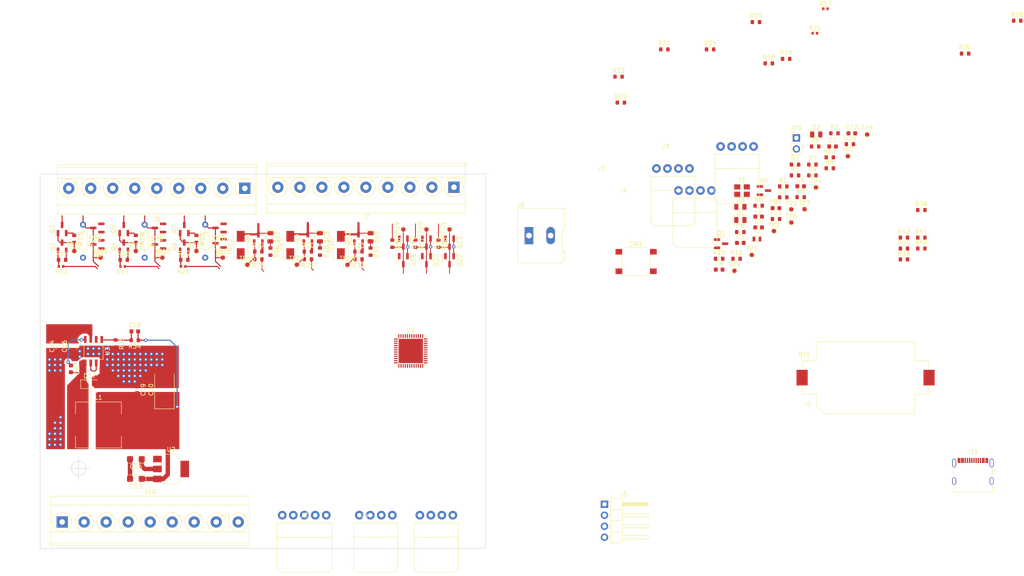
<source format=kicad_pcb>
(kicad_pcb (version 20211014) (generator pcbnew)

  (general
    (thickness 1.6)
  )

  (paper "A4")
  (title_block
    (title "FloatPUMP Basic Boards")
    (date "2022-11-22")
    (rev "1.0")
    (company "www.robtor.de")
  )

  (layers
    (0 "F.Cu" signal)
    (31 "B.Cu" signal)
    (32 "B.Adhes" user "B.Adhesive")
    (33 "F.Adhes" user "F.Adhesive")
    (34 "B.Paste" user)
    (35 "F.Paste" user)
    (36 "B.SilkS" user "B.Silkscreen")
    (37 "F.SilkS" user "F.Silkscreen")
    (38 "B.Mask" user)
    (39 "F.Mask" user)
    (40 "Dwgs.User" user "User.Drawings")
    (41 "Cmts.User" user "User.Comments")
    (42 "Eco1.User" user "User.Eco1")
    (43 "Eco2.User" user "User.Eco2")
    (44 "Edge.Cuts" user)
    (45 "Margin" user)
    (46 "B.CrtYd" user "B.Courtyard")
    (47 "F.CrtYd" user "F.Courtyard")
    (48 "B.Fab" user)
    (49 "F.Fab" user)
    (50 "User.1" user)
    (51 "User.2" user)
    (52 "User.3" user)
    (53 "User.4" user)
    (54 "User.5" user)
    (55 "User.6" user)
    (56 "User.7" user)
    (57 "User.8" user)
    (58 "User.9" user)
  )

  (setup
    (stackup
      (layer "F.SilkS" (type "Top Silk Screen"))
      (layer "F.Paste" (type "Top Solder Paste"))
      (layer "F.Mask" (type "Top Solder Mask") (thickness 0.01))
      (layer "F.Cu" (type "copper") (thickness 0.035))
      (layer "dielectric 1" (type "core") (thickness 1.51) (material "FR4") (epsilon_r 4.5) (loss_tangent 0.02))
      (layer "B.Cu" (type "copper") (thickness 0.035))
      (layer "B.Mask" (type "Bottom Solder Mask") (thickness 0.01))
      (layer "B.Paste" (type "Bottom Solder Paste"))
      (layer "B.SilkS" (type "Bottom Silk Screen"))
      (copper_finish "None")
      (dielectric_constraints no)
    )
    (pad_to_mask_clearance 0)
    (pcbplotparams
      (layerselection 0x00010fc_ffffffff)
      (disableapertmacros false)
      (usegerberextensions false)
      (usegerberattributes true)
      (usegerberadvancedattributes true)
      (creategerberjobfile true)
      (svguseinch false)
      (svgprecision 6)
      (excludeedgelayer true)
      (plotframeref false)
      (viasonmask false)
      (mode 1)
      (useauxorigin false)
      (hpglpennumber 1)
      (hpglpenspeed 20)
      (hpglpendiameter 15.000000)
      (dxfpolygonmode true)
      (dxfimperialunits true)
      (dxfusepcbnewfont true)
      (psnegative false)
      (psa4output false)
      (plotreference true)
      (plotvalue true)
      (plotinvisibletext false)
      (sketchpadsonfab false)
      (subtractmaskfromsilk false)
      (outputformat 1)
      (mirror false)
      (drillshape 1)
      (scaleselection 1)
      (outputdirectory "")
    )
  )

  (net 0 "")
  (net 1 "Net-(C1-Pad1)")
  (net 2 "GND")
  (net 3 "Net-(C2-Pad1)")
  (net 4 "Net-(C3-Pad1)")
  (net 5 "Net-(C4-Pad1)")
  (net 6 "Net-(C5-Pad1)")
  (net 7 "Net-(C6-Pad1)")
  (net 8 "+3V3")
  (net 9 "/VBAT")
  (net 10 "/NRST")
  (net 11 "Net-(D1-Pad1)")
  (net 12 "+3.3V")
  (net 13 "Net-(D2-Pad1)")
  (net 14 "Net-(D3-Pad1)")
  (net 15 "/VB")
  (net 16 "/ADC1_0")
  (net 17 "/ADC1_1")
  (net 18 "/ADC1_2")
  (net 19 "/Output Channels/REL0-")
  (net 20 "Net-(C17-Pad1)")
  (net 21 "+24V")
  (net 22 "/Output Channels/REL1-")
  (net 23 "Net-(C17-Pad2)")
  (net 24 "/Output Channels/REL2-")
  (net 25 "Net-(D11-Pad2)")
  (net 26 "/GPI0")
  (net 27 "/GPI1")
  (net 28 "/GPI2")
  (net 29 "/RRDT")
  (net 30 "/RRCLK")
  (net 31 "/RRSW")
  (net 32 "+5V")
  (net 33 "/I2C1_SDA")
  (net 34 "/I2C1_SCL")
  (net 35 "/USART1_TX")
  (net 36 "/USART1_RX")
  (net 37 "/SWDIO")
  (net 38 "/SWCLK")
  (net 39 "/Input Channels/SENS0+")
  (net 40 "/Input Channels/SENS1+")
  (net 41 "/Input Channels/SENS2+")
  (net 42 "/gpi_channels/GPIT0")
  (net 43 "/gpi_channels/GPIT1")
  (net 44 "/gpi_channels/GPIT2")
  (net 45 "unconnected-(J10-Pad7)")
  (net 46 "unconnected-(J10-Pad8)")
  (net 47 "unconnected-(J10-Pad9)")
  (net 48 "/BOOT0")
  (net 49 "Net-(D13-Pad2)")
  (net 50 "Net-(LS1-Pad2)")
  (net 51 "Net-(Q2-Pad1)")
  (net 52 "Net-(Q2-Pad3)")
  (net 53 "Net-(D15-Pad2)")
  (net 54 "Net-(J3-Pad2)")
  (net 55 "Net-(J3-Pad3)")
  (net 56 "Net-(J3-Pad4)")
  (net 57 "Net-(Q8-Pad1)")
  (net 58 "Net-(Q9-Pad1)")
  (net 59 "Net-(Q10-Pad1)")
  (net 60 "/LED0")
  (net 61 "/LED1")
  (net 62 "/LED2")
  (net 63 "/LED5")
  (net 64 "/LED4")
  (net 65 "/LED3")
  (net 66 "/BEEP")
  (net 67 "/MPWR0")
  (net 68 "/MPWR1")
  (net 69 "/MPWR2")
  (net 70 "/OCHAN0")
  (net 71 "/OCHAN1")
  (net 72 "/OCHAN2")
  (net 73 "/usb_conn/U_D-")
  (net 74 "/USB_FS_DM")
  (net 75 "/usb_conn/U_D+")
  (net 76 "/USB_FS_DP")
  (net 77 "/usb_conn/U_VBUS")
  (net 78 "/USB_FS_VBUS")
  (net 79 "/usb_conn/CC")
  (net 80 "unconnected-(J6-Pad7)")
  (net 81 "unconnected-(J6-Pad8)")
  (net 82 "unconnected-(J6-Pad9)")
  (net 83 "unconnected-(J7-Pad7)")
  (net 84 "unconnected-(J7-Pad8)")
  (net 85 "unconnected-(J7-Pad9)")
  (net 86 "unconnected-(J11-PadA8)")
  (net 87 "unconnected-(J11-PadB8)")
  (net 88 "Net-(Q1-Pad1)")
  (net 89 "Net-(Q4-Pad1)")
  (net 90 "Net-(Q4-Pad3)")
  (net 91 "Net-(Q6-Pad1)")
  (net 92 "Net-(Q6-Pad3)")
  (net 93 "Net-(C18-Pad1)")
  (net 94 "Net-(TP4-Pad1)")
  (net 95 "Net-(U3-Pad6)")
  (net 96 "Net-(J8-Pad2)")

  (footprint "Package_TO_SOT_SMD:SOT-23" (layer "F.Cu") (at 44.704 89.154 90))

  (footprint "Resistor_SMD:R_0402_1005Metric" (layer "F.Cu") (at 204.2 39.9))

  (footprint "Capacitor_SMD:C_0603_1608Metric" (layer "F.Cu") (at 212.73 63))

  (footprint "TestPoint:TestPoint_Pad_D1.0mm" (layer "F.Cu") (at 61.468 90.17))

  (footprint "TestPoint:TestPoint_Pad_D1.0mm" (layer "F.Cu") (at 211.81 68.29))

  (footprint "Package_TO_SOT_SMD:SOT-23" (layer "F.Cu") (at 38.608 84.836 180))

  (footprint "Resistor_SMD:R_0603_1608Metric" (layer "F.Cu") (at 61.468 87.376 -90))

  (footprint "TestPoint:TestPoint_Pad_D1.0mm" (layer "F.Cu") (at 84.648 93.343))

  (footprint "LED_SMD:LED_0805_2012Metric" (layer "F.Cu") (at 89.982 86.993 -90))

  (footprint "Resistor_SMD:R_0402_1005Metric" (layer "F.Cu") (at 206.64 34.25))

  (footprint "Capacitor_SMD:C_0603_1608Metric" (layer "F.Cu") (at 32.512 117.348 -90))

  (footprint "Resistor_SMD:R_0603_1608Metric" (layer "F.Cu") (at 203.63 72.71))

  (footprint "TestPoint:TestPoint_Pad_D1.0mm" (layer "F.Cu") (at 109.22 85.1685 90))

  (footprint "Resistor_SMD:R_0603_1608Metric" (layer "F.Cu") (at 199.62 70.2))

  (footprint "TerminalBlock_Phoenix:TerminalBlock_Phoenix_MKDS-3-9-5.08_1x09_P5.08mm_Horizontal" (layer "F.Cu") (at 30.48 152.7))

  (footprint "Resistor_SMD:R_0603_1608Metric" (layer "F.Cu") (at 75.758 92.073 180))

  (footprint "Connector_USB:USB_C_Receptacle_Palconn_UTC16-G" (layer "F.Cu") (at 240.67 141.009533))

  (footprint "Diode_SMD:D_SOD-123F" (layer "F.Cu") (at 36.957 120.904))

  (footprint "Resistor_THT:R_Axial_DIN0204_L3.6mm_D1.6mm_P7.62mm_Horizontal" (layer "F.Cu") (at 35.306 84.074 -90))

  (footprint "Resistor_SMD:R_0603_1608Metric" (layer "F.Cu") (at 101.666 90.295 -90))

  (footprint "Resistor_SMD:R_0402_1005Metric" (layer "F.Cu") (at 58.42 93.726 180))

  (footprint "TestPoint:TestPoint_Pad_D1.0mm" (layer "F.Cu") (at 67.564 91.694))

  (footprint "Resistor_SMD:R_0603_1608Metric" (layer "F.Cu") (at 228.77 89.58))

  (footprint "Package_TO_SOT_SMD:SOT-23" (layer "F.Cu") (at 58.674 85.09 90))

  (footprint "Resistor_SMD:R_0603_1608Metric" (layer "F.Cu") (at 47.244 110.744 180))

  (footprint "Package_TO_SOT_SMD:SOT-23" (layer "F.Cu") (at 98.872 87.247 90))

  (footprint "custom_parts:2542R-04" (layer "F.Cu") (at 113.03 151.13))

  (footprint "TestPoint:TestPoint_Pad_D1.0mm" (layer "F.Cu") (at 216.26 63.27))

  (footprint "Resistor_SMD:R_0603_1608Metric" (layer "F.Cu") (at 193.56 46.86))

  (footprint "Package_TO_SOT_SMD:SOT-23" (layer "F.Cu") (at 66.802 84.836 180))

  (footprint "TestPoint:TestPoint_Pad_D1.0mm" (layer "F.Cu") (at 119.888 85.1685 90))

  (footprint "TestPoint:TestPoint_Pad_D1.0mm" (layer "F.Cu") (at 47.498 90.17))

  (footprint "Resistor_SMD:R_0603_1608Metric" (layer "F.Cu") (at 75.758 90.295))

  (footprint "Resistor_SMD:R_0603_1608Metric" (layer "F.Cu") (at 208.72 63))

  (footprint "Resistor_SMD:R_0603_1608Metric" (layer "F.Cu") (at 187 85.78))

  (footprint "Package_TO_SOT_SMD:SOT-23" (layer "F.Cu") (at 114.554 92.2805 -90))

  (footprint "custom_parts:MP9486A-SOIC-8" (layer "F.Cu") (at 37.719 113.284 180))

  (footprint "Resistor_SMD:R_0603_1608Metric" (layer "F.Cu") (at 224.76 87.07))

  (footprint "Capacitor_Tantalum_SMD:CP_EIA-7343-31_Kemet-D" (layer "F.Cu") (at 54.102 122.174 90))

  (footprint "TestPoint:TestPoint_Pad_D1.0mm" (layer "F.Cu") (at 39.37 91.694))

  (footprint "custom_parts:L_MS1040-330M" (layer "F.Cu") (at 38.862 130.302))

  (footprint "Resistor_SMD:R_0603_1608Metric" (layer "F.Cu") (at 44.704 92.202))

  (footprint "TestPoint:TestPoint_Pad_D1.0mm" (layer "F.Cu") (at 204.45 75.49))

  (footprint "Resistor_SMD:R_0603_1608Metric" (layer "F.Cu") (at 117.348 88.4705 -90))

  (footprint "Capacitor_SMD:C_0603_1608Metric" (layer "F.Cu") (at 187 88.29))

  (footprint "Resistor_SMD:R_0603_1608Metric" (layer "F.Cu") (at 186.12 91.95))

  (footprint "Crystal:Crystal_SMD_3225-4Pin_3.2x2.5mm" (layer "F.Cu") (at 187.39 76.22))

  (footprint "TestPoint:TestPoint_Pad_D1.0mm" (layer "F.Cu") (at 185.64 94.73))

  (footprint "Crystal:Crystal_SMD_2012-2Pin_2.0x1.2mm" (layer "F.Cu") (at 190.83 87.4))

  (footprint "Package_TO_SOT_SMD:SOT-23" (layer "F.Cu") (at 44.704 85.09 90))

  (footprint "TestPoint:TestPoint_Pad_D1.0mm" (layer "F.Cu") (at 73.218 93.343))

  (footprint "Package_TO_SOT_SMD:SOT-23" (layer "F.Cu") (at 66.802 88.392 180))

  (footprint "Package_TO_SOT_SMD:SOT-23" (layer "F.Cu") (at 30.48 89.154 90))

  (footprint "Package_TO_SOT_SMD:SOT-223-3_TabPin2" (layer "F.Cu") (at 55.626 140.462))

  (footprint "Resistor_SMD:R_0603_1608Metric" (layer "F.Cu") (at 228.77 87.07))

  (footprint "Capacitor_SMD:C_0603_1608Metric" (layer "F.Cu") (at 182.11 94.46))

  (footprint "Resistor_SMD:R_0603_1608Metric" (layer "F.Cu") (at 207.64 71.06))

  (footprint "TestPoint:TestPoint_Pad_D1.0mm" (layer "F.Cu") (at 53.594 91.694))

  (footprint "Capacitor_SMD:C_0603_1608Metric" (layer "F.Cu") (at 47.244 108.712))

  (footprint "Resistor_SMD:R_0603_1608Metric" (layer "F.Cu") (at 204.27 66.04))

  (footprint "Capacitor_SMD:C_0603_1608Metric" (layer "F.Cu") (at 191.22 84.72))

  (footprint "Package_TO_SOT_SMD:SOT-23" (layer "F.Cu") (at 52.832 88.646 180))

  (footprint "Resistor_SMD:R_0603_1608Metric" (layer "F.Cu")
    (tedit 5F68FEEE) (tstamp 6d7f10ab-eafb-4e7f-860b-a5d7a28900dc)
    (at 159.42 55.91)
    (descr "Resistor SMD 0603 (1608 Metric), square (rectangular) end terminal, IPC_7351 nominal, (Body size source: IPC-SM-782 page 72, https://www.pcb-3d.com/wordpress/wp-content/uploads/ipc-sm-782a_amendment_1_and_2.pdf), generated with kicad-footprint-generator")
    (tags "resistor")
    (property "JLCPCB" "C238881")
    (property "Sheetfile" "input_channels.kicad_sch")
    (property "Sheetname" "Input Channels")
    (path "/00000000-0000-0000-0000-0000638247cb/fe7dc4cf-059b-43d8-9aa4-dd252426165b")
    (attr smd)
    (fp_text reference "R19" (at 0 -1.43) (layer "F.SilkS")
      (effects (font (size 1 1) (thickness 0.15)))
      (tstamp 233b8cd6-aba5-4be5-9719-2de6816ee68f)
    )
    (fp_text value "10k" (at 0 1.43) (layer "F.Fab")
      (effects (font (size 1 1) (thickness 0.15)))
      (tstamp 893f38c8-8b5d-4759-bba1-8a760e6fde9f)
    )
    (fp_text user "${REFERENCE}" (at 0 0) (layer "F.Fab")
      (effects (font (size 0.4 0.4) (thickness 0.06)))
      (tstamp acab4a92-b243-4613-a166-ac50ebd898e4)
    )
    (fp_line (start -0.237258 0.5225) (end 0.237258 0.5225) (layer "F.SilkS") (width 0.12) (tstamp 2835d7ed-0bc8-4813-bd7f-df3ec3c1951a))
    (fp_line (start -0.237258 -0.5225) (end 0.237258 -0.5225) (layer "F.SilkS") (width 0.12) (tstamp de782b74-043b-4c7b-bfd9-4c99f8019f53))
    (fp_line (start -1.48 0.73) (end -1.48 -0.73) (layer "F.CrtYd") (width 0.05) (tstamp 2f00c98a-ff44-4c5d-8c86-1be755506dad))
    (fp_line (start -1.48 -0.73) (end 1.48 -0.73) (layer "F.CrtYd") (width 0.05) (tstamp 3c5935da-ab10-46ff-b363-a272ccd1c22f))
    (fp_line (start 1.48 -0.73) (end 1.48 0.73) (layer "F.CrtYd") (width 0.05) (tstamp c713ace6-b313-4551-862c-3425c022d458))
    (fp_line (start 1.48 0.73) (end -1.48 0.73) (layer "F.CrtYd") (width 0.05) (tstamp cf09ea23-8c49-4428-bee6-c3a8434268ac))
    (fp_line (start 0.8 -0.4125) (end 0.
... [398769 chars truncated]
</source>
